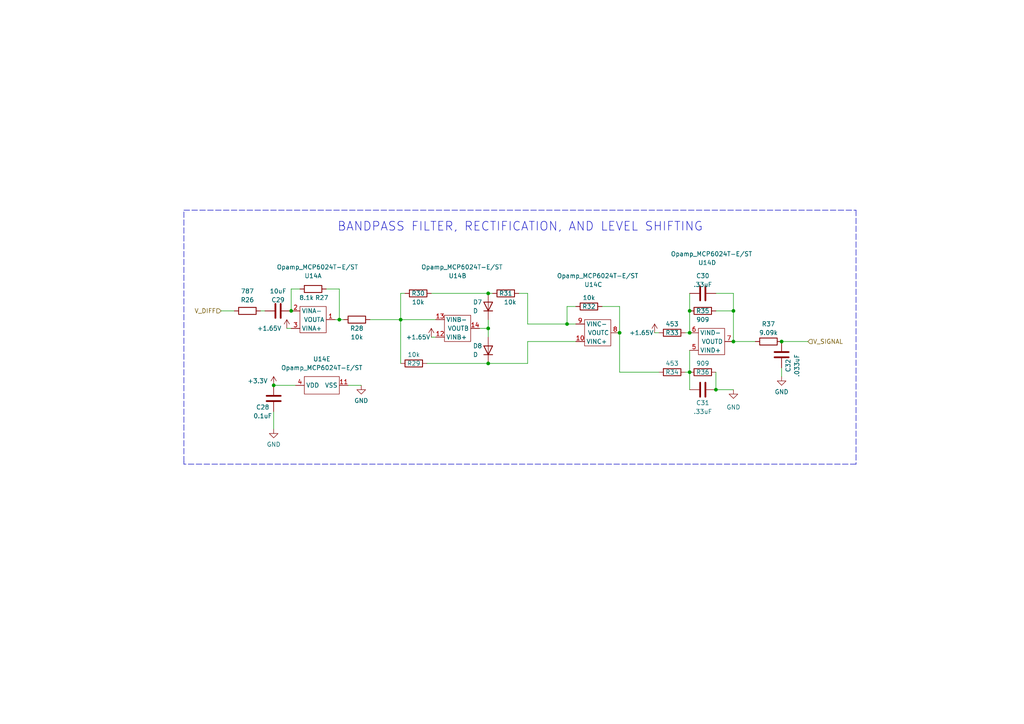
<source format=kicad_sch>
(kicad_sch (version 20211123) (generator eeschema)
  (paper "A4")
  (lib_symbols
    (symbol "+1.65V_3"
      (property "Value" "+1.65V_3" (at -0.381 2.286 0))
      (symbol "+1.65V_3_0_1"
        (polyline (pts (xy -0.762 -2.54) (xy 0 -1.27)))
        (polyline (pts (xy 0 -3.81) (xy 0 -1.27)))
        (polyline (pts (xy 0 -1.27) (xy 0.762 -2.54)))
      )
      (symbol "+1.65V_3_1_1"
        (pin power_in line (at 0 -3.81 90) (length 0) hide (name "+1.65V") (number "1"))
      )
    )
    (symbol "Device:C" (pin_numbers hide) (pin_names (offset 0.254))
      (property "Reference" "C" (at 0.635 2.54 0))
      (property "Value" "C" (at 0.635 -2.54 0))
      (symbol "C_0_1"
        (polyline (pts (xy -2.032 -0.762) (xy 2.032 -0.762)) (stroke (width 0.508)))
        (polyline (pts (xy -2.032 0.762) (xy 2.032 0.762)) (stroke (width 0.508)))
      )
      (symbol "C_1_1"
        (pin passive line (at 0 3.81 270) (length 2.794) (name "~") (number "1"))
        (pin passive line (at 0 -3.81 90) (length 2.794) (name "~") (number "2"))
      )
    )
    (symbol "Device:D" (pin_numbers hide) (pin_names (offset 1.016) hide)
      (property "Reference" "D" (at 0 2.54 0))
      (property "Value" "D" (at 0 -2.54 0))
      (symbol "D_0_1"
        (polyline (pts (xy -1.27 1.27) (xy -1.27 -1.27)) (stroke (width 0.254)))
        (polyline (pts (xy 1.27 0) (xy -1.27 0)))
        (polyline (pts (xy 1.27 1.27) (xy 1.27 -1.27) (xy -1.27 0) (xy 1.27 1.27)) (stroke (width 0.254)))
      )
      (symbol "D_1_1"
        (pin passive line (at -3.81 0 0) (length 2.54) (name "K") (number "1"))
        (pin passive line (at 3.81 0 180) (length 2.54) (name "A") (number "2"))
      )
    )
    (symbol "Device:Opamp_MCP6024T-E{slash}ST"
      (property "Reference" "U?" (at 0 7.62 0))
      (property "Value" "Opamp_MCP6024T-E/ST" (at 0 5.08 0))
      (symbol "Opamp_MCP6024T-E{slash}ST_1_1"
        (rectangle (start -3.81 3.81) (end 3.81 -3.81))
        (pin input line (at -6.35 -2.54 0) (length 2.54) (name "VINA+") (number "1"))
        (pin input line (at -6.35 2.54 0) (length 2.54) (name "VINA-") (number "2"))
        (pin output line (at 6.35 0 180) (length 2.54) (name "VOUTA") (number "3"))
      )
      (symbol "Opamp_MCP6024T-E{slash}ST_2_1"
        (rectangle (start -3.81 3.81) (end 3.81 -3.81))
        (pin input line (at -6.35 -2.54 0) (length 2.54) (name "VINB+") (number "1"))
        (pin input line (at -6.35 2.54 0) (length 2.54) (name "VINB-") (number "2"))
        (pin output line (at 6.35 0 180) (length 2.54) (name "VOUTB") (number "3"))
      )
      (symbol "Opamp_MCP6024T-E{slash}ST_3_1"
        (rectangle (start -3.81 3.81) (end 3.81 -3.81))
        (pin input line (at -6.35 -2.54 0) (length 2.54) (name "VINC+") (number "1"))
        (pin input line (at -6.35 2.54 0) (length 2.54) (name "VINC-") (number "2"))
        (pin output line (at 6.35 0 180) (length 2.54) (name "VOUTC") (number "3"))
      )
      (symbol "Opamp_MCP6024T-E{slash}ST_4_1"
        (rectangle (start -3.81 3.81) (end 3.81 -3.81))
        (pin input line (at -6.35 -2.54 0) (length 2.54) (name "VIND+") (number "1"))
        (pin input line (at -6.35 2.54 0) (length 2.54) (name "VIND-") (number "2"))
        (pin output line (at 6.35 0 180) (length 2.54) (name "VOUTD") (number "3"))
      )
      (symbol "Opamp_MCP6024T-E{slash}ST_5_1"
        (rectangle (start -5.08 2.54) (end 5.08 -2.54))
        (pin input line (at 7.62 0 180) (length 2.54) (name "VSS") (number "11"))
        (pin input line (at -7.62 0 0) (length 2.54) (name "VDD") (number "4"))
      )
    )
    (symbol "Device:R" (pin_numbers hide) (pin_names (offset 0))
      (property "Reference" "R" (at 2.032 0 90))
      (property "Value" "R" (at 0 0 90))
      (symbol "R_0_1"
        (rectangle (start -1.016 -2.54) (end 1.016 2.54) (stroke (width 0.254)))
      )
      (symbol "R_1_1"
        (pin passive line (at 0 3.81 270) (length 1.27) (name "~") (number "1"))
        (pin passive line (at 0 -3.81 90) (length 1.27) (name "~") (number "2"))
      )
    )
    (symbol "Opamp_MCP6024T-E{slash}ST_1"
      (property "Reference" "U?" (at 0 12.7 0))
      (property "Value" "Opamp_MCP6024T-E{slash}ST_1" (at 1.27 15.24 0))
      (symbol "Opamp_MCP6024T-E{slash}ST_1_1_1"
        (rectangle (start -3.81 3.81) (end 3.81 -3.81))
        (pin output line (at 6.35 0 180) (length 2.54) (name "VOUTA") (number "1"))
        (pin input line (at -6.35 2.54 0) (length 2.54) (name "VINA-") (number "2"))
        (pin input line (at -6.35 -2.54 0) (length 2.54) (name "VINA+") (number "3"))
      )
      (symbol "Opamp_MCP6024T-E{slash}ST_1_2_1"
        (rectangle (start -3.81 3.81) (end 3.81 -3.81))
        (pin input line (at -6.35 -2.54 0) (length 2.54) (name "VINB+") (number "1"))
        (pin input line (at -6.35 2.54 0) (length 2.54) (name "VINB-") (number "2"))
        (pin output line (at 6.35 0 180) (length 2.54) (name "VOUTB") (number "3"))
      )
      (symbol "Opamp_MCP6024T-E{slash}ST_1_3_1"
        (rectangle (start -3.81 3.81) (end 3.81 -3.81))
        (pin input line (at -6.35 -2.54 0) (length 2.54) (name "VINC+") (number "1"))
        (pin input line (at -6.35 2.54 0) (length 2.54) (name "VINC-") (number "2"))
        (pin output line (at 6.35 0 180) (length 2.54) (name "VOUTC") (number "3"))
      )
      (symbol "Opamp_MCP6024T-E{slash}ST_1_4_1"
        (rectangle (start -3.81 3.81) (end 3.81 -3.81))
        (pin input line (at -6.35 -2.54 0) (length 2.54) (name "VIND+") (number "1"))
        (pin input line (at -6.35 2.54 0) (length 2.54) (name "VIND-") (number "2"))
        (pin output line (at 6.35 0 180) (length 2.54) (name "VOUTD") (number "3"))
      )
      (symbol "Opamp_MCP6024T-E{slash}ST_1_5_1"
        (rectangle (start -5.08 2.54) (end 5.08 -2.54))
        (pin input line (at -7.62 0 0) (length 2.54) (name "VDD") (number ""))
        (pin input line (at 7.62 0 180) (length 2.54) (name "VSS") (number ""))
      )
    )
    (symbol "Opamp_MCP6024T-E{slash}ST_2"
      (property "Reference" "U?" (at 0 15.24 0))
      (property "Value" "Opamp_MCP6024T-E/ST" (at 1.27 17.78 0))
      (symbol "Opamp_MCP6024T-E{slash}ST_2_1_1"
        (rectangle (start -3.81 3.81) (end 3.81 -3.81))
        (pin input line (at -6.35 -2.54 0) (length 2.54) (name "VINA+") (number "1"))
        (pin input line (at -6.35 2.54 0) (length 2.54) (name "VINA-") (number "2"))
        (pin output line (at 6.35 0 180) (length 2.54) (name "VOUTA") (number "3"))
      )
      (symbol "Opamp_MCP6024T-E{slash}ST_2_2_1"
        (rectangle (start -3.81 3.81) (end 3.81 -3.81))
        (pin input line (at -6.35 -2.54 0) (length 2.54) (name "VINB+") (number "12"))
        (pin input line (at -6.35 2.54 0) (length 2.54) (name "VINB-") (number "13"))
        (pin output line (at 6.35 0 180) (length 2.54) (name "VOUTB") (number "14"))
      )
      (symbol "Opamp_MCP6024T-E{slash}ST_2_3_1"
        (rectangle (start -3.81 3.81) (end 3.81 -3.81))
        (pin input line (at -6.35 -2.54 0) (length 2.54) (name "VINC+") (number "10"))
        (pin output line (at 6.35 0 180) (length 2.54) (name "VOUTC") (number "8"))
        (pin input line (at -6.35 2.54 0) (length 2.54) (name "VINC-") (number "9"))
      )
      (symbol "Opamp_MCP6024T-E{slash}ST_2_4_1"
        (rectangle (start -3.81 3.81) (end 3.81 -3.81))
        (pin input line (at -6.35 -2.54 0) (length 2.54) (name "VIND+") (number "5"))
        (pin input line (at -6.35 2.54 0) (length 2.54) (name "VIND-") (number "6"))
        (pin output line (at 6.35 0 180) (length 2.54) (name "VOUTD") (number "7"))
      )
      (symbol "Opamp_MCP6024T-E{slash}ST_2_5_1"
        (rectangle (start -5.08 2.54) (end 5.08 -2.54))
        (pin input line (at 7.62 0 180) (length 2.54) (name "VSS") (number "11"))
        (pin input line (at -7.62 0 0) (length 2.54) (name "VDD") (number "4"))
      )
    )
    (symbol "Opamp_MCP6024T-E{slash}ST_3"
      (property "Reference" "U?" (at -1.27 13.97 0))
      (property "Value" "Opamp_MCP6024T-E/ST" (at 0 16.51 0))
      (symbol "Opamp_MCP6024T-E{slash}ST_3_1_1"
        (rectangle (start -3.81 3.81) (end 3.81 -3.81))
        (pin input line (at -6.35 -2.54 0) (length 2.54) (name "VINA+") (number "1"))
        (pin input line (at -6.35 2.54 0) (length 2.54) (name "VINA-") (number "2"))
        (pin output line (at 6.35 0 180) (length 2.54) (name "VOUTA") (number "3"))
      )
      (symbol "Opamp_MCP6024T-E{slash}ST_3_2_1"
        (rectangle (start -3.81 3.81) (end 3.81 -3.81))
        (pin input line (at -6.35 -2.54 0) (length 2.54) (name "VINB+") (number "1"))
        (pin input line (at -6.35 2.54 0) (length 2.54) (name "VINB-") (number "2"))
        (pin output line (at 6.35 0 180) (length 2.54) (name "VOUTB") (number "3"))
      )
      (symbol "Opamp_MCP6024T-E{slash}ST_3_3_1"
        (rectangle (start -3.81 3.81) (end 3.81 -3.81))
        (pin input line (at -6.35 -2.54 0) (length 2.54) (name "VINC+") (number "10"))
        (pin output line (at 6.35 0 180) (length 2.54) (name "VOUTC") (number "8"))
        (pin input line (at -6.35 2.54 0) (length 2.54) (name "VINC-") (number "9"))
      )
      (symbol "Opamp_MCP6024T-E{slash}ST_3_4_1"
        (rectangle (start -3.81 3.81) (end 3.81 -3.81))
        (pin input line (at -6.35 -2.54 0) (length 2.54) (name "VIND+") (number "1"))
        (pin input line (at -6.35 2.54 0) (length 2.54) (name "VIND-") (number "2"))
        (pin output line (at 6.35 0 180) (length 2.54) (name "VOUTD") (number "3"))
      )
      (symbol "Opamp_MCP6024T-E{slash}ST_3_5_1"
        (rectangle (start -5.08 2.54) (end 5.08 -2.54))
        (pin input line (at -7.62 0 0) (length 2.54) (name "VDD") (number ""))
        (pin input line (at 7.62 0 180) (length 2.54) (name "VSS") (number ""))
      )
    )
    (symbol "Opamp_MCP6024T-E{slash}ST_4"
      (property "Reference" "U?" (at -1.27 22.86 0))
      (property "Value" "Opamp_MCP6024T-E/ST" (at 0 25.4 0))
      (symbol "Opamp_MCP6024T-E{slash}ST_4_1_1"
        (rectangle (start -3.81 3.81) (end 3.81 -3.81))
        (pin input line (at -6.35 -2.54 0) (length 2.54) (name "VINA+") (number "1"))
        (pin input line (at -6.35 2.54 0) (length 2.54) (name "VINA-") (number "2"))
        (pin output line (at 6.35 0 180) (length 2.54) (name "VOUTA") (number "3"))
      )
      (symbol "Opamp_MCP6024T-E{slash}ST_4_2_1"
        (rectangle (start -3.81 3.81) (end 3.81 -3.81))
        (pin input line (at -6.35 -2.54 0) (length 2.54) (name "VINB+") (number "1"))
        (pin input line (at -6.35 2.54 0) (length 2.54) (name "VINB-") (number "2"))
        (pin output line (at 6.35 0 180) (length 2.54) (name "VOUTB") (number "3"))
      )
      (symbol "Opamp_MCP6024T-E{slash}ST_4_3_1"
        (rectangle (start -3.81 3.81) (end 3.81 -3.81))
        (pin input line (at -6.35 -2.54 0) (length 2.54) (name "VINC+") (number "1"))
        (pin input line (at -6.35 2.54 0) (length 2.54) (name "VINC-") (number "2"))
        (pin output line (at 6.35 0 180) (length 2.54) (name "VOUTC") (number "3"))
      )
      (symbol "Opamp_MCP6024T-E{slash}ST_4_4_1"
        (rectangle (start -3.81 3.81) (end 3.81 -3.81))
        (pin input line (at -6.35 -2.54 0) (length 2.54) (name "VIND+") (number "5"))
        (pin input line (at -6.35 2.54 0) (length 2.54) (name "VIND-") (number "6"))
        (pin output line (at 6.35 0 180) (length 2.54) (name "VOUTD") (number "7"))
      )
      (symbol "Opamp_MCP6024T-E{slash}ST_4_5_1"
        (rectangle (start -5.08 2.54) (end 5.08 -2.54))
        (pin input line (at -7.62 0 0) (length 2.54) (name "VDD") (number ""))
        (pin input line (at 7.62 0 180) (length 2.54) (name "VSS") (number ""))
      )
    )
    (symbol "power:+3.3V" (power) (pin_names (offset 0))
      (property "Value" "+3.3V" (at 0 3.556 0))
      (symbol "+3.3V_0_1"
        (polyline (pts (xy -0.762 1.27) (xy 0 2.54)))
        (polyline (pts (xy 0 0) (xy 0 2.54)))
        (polyline (pts (xy 0 2.54) (xy 0.762 1.27)))
      )
      (symbol "+3.3V_1_1"
        (pin power_in line (at 0 0 90) (length 0) hide (name "+3.3V") (number "1"))
      )
    )
    (symbol "power:GND" (power) (pin_names (offset 0))
      (property "Value" "GND" (at 0 -3.81 0))
      (symbol "GND_0_1"
        (polyline (pts (xy 0 0) (xy 0 -1.27) (xy 1.27 -1.27) (xy 0 -2.54) (xy -1.27 -1.27) (xy 0 -1.27)))
      )
      (symbol "GND_1_1"
        (pin power_in line (at 0 0 270) (length 0) hide (name "GND") (number "1"))
      )
    )
  )
  (junction (at 141.605 105.41))
  (junction (at 207.645 113.03))
  (junction (at 226.695 99.06))
  (junction (at 200.025 107.95))
  (junction (at 98.425 92.71))
  (junction (at 179.705 96.52))
  (junction (at 116.205 92.71))
  (junction (at 200.025 90.17))
  (junction (at 212.725 99.06))
  (junction (at 141.605 85.09))
  (junction (at 200.025 96.52))
  (junction (at 84.455 90.17))
  (junction (at 79.375 111.76))
  (junction (at 141.605 95.25))
  (junction (at 212.725 90.17))
  (junction (at 164.465 93.98))
  (wire (pts (xy 189.865 96.52) (xy 191.135 96.52)))
  (wire (pts (xy 164.465 93.98) (xy 167.005 93.98)))
  (wire (pts (xy 141.605 95.25) (xy 141.605 97.79)))
  (wire (pts (xy 116.205 92.71) (xy 116.205 85.09)))
  (wire (pts (xy 116.205 92.71) (xy 126.365 92.71)))
  (wire (pts (xy 174.625 88.9) (xy 179.705 88.9)))
  (wire (pts (xy 139.065 95.25) (xy 141.605 95.25)))
  (wire (pts (xy 198.755 96.52) (xy 200.025 96.52)))
  (wire (pts (xy 200.025 90.17) (xy 200.025 96.52)))
  (wire (pts (xy 164.465 88.9) (xy 164.465 93.98)))
  (wire (pts (xy 123.825 105.41) (xy 141.605 105.41)))
  (wire (pts (xy 141.605 105.41) (xy 153.035 105.41)))
  (polyline (pts (xy 248.285 60.96) (xy 248.285 134.62)))
  (wire (pts (xy 150.495 85.09) (xy 153.035 85.09)))
  (polyline (pts (xy 53.34 60.96) (xy 248.285 60.96)))
  (wire (pts (xy 200.025 85.09) (xy 200.025 90.17)))
  (wire (pts (xy 153.035 99.06) (xy 153.035 105.41)))
  (wire (pts (xy 212.725 90.17) (xy 212.725 99.06)))
  (wire (pts (xy 83.185 95.25) (xy 84.455 95.25)))
  (wire (pts (xy 226.695 99.06) (xy 234.315 99.06)))
  (wire (pts (xy 200.025 101.6) (xy 200.025 107.95)))
  (wire (pts (xy 107.315 92.71) (xy 116.205 92.71)))
  (wire (pts (xy 212.725 85.09) (xy 212.725 90.17)))
  (wire (pts (xy 116.205 92.71) (xy 116.205 105.41)))
  (wire (pts (xy 207.645 90.17) (xy 212.725 90.17)))
  (wire (pts (xy 153.035 99.06) (xy 167.005 99.06)))
  (wire (pts (xy 141.605 92.71) (xy 141.605 95.25)))
  (wire (pts (xy 75.565 90.17) (xy 76.835 90.17)))
  (wire (pts (xy 125.095 97.79) (xy 126.365 97.79)))
  (wire (pts (xy 125.095 85.09) (xy 141.605 85.09)))
  (wire (pts (xy 179.705 107.95) (xy 179.705 96.52)))
  (wire (pts (xy 167.005 88.9) (xy 164.465 88.9)))
  (wire (pts (xy 226.695 109.22) (xy 226.695 106.68)))
  (wire (pts (xy 116.205 85.09) (xy 117.475 85.09)))
  (wire (pts (xy 153.035 85.09) (xy 153.035 93.98)))
  (polyline (pts (xy 53.34 133.985) (xy 53.34 60.96)))
  (wire (pts (xy 207.645 113.03) (xy 212.725 113.03)))
  (wire (pts (xy 179.705 88.9) (xy 179.705 96.52)))
  (wire (pts (xy 94.615 83.82) (xy 98.425 83.82)))
  (wire (pts (xy 142.875 85.09) (xy 141.605 85.09)))
  (wire (pts (xy 99.695 92.71) (xy 98.425 92.71)))
  (wire (pts (xy 84.455 83.82) (xy 84.455 90.17)))
  (wire (pts (xy 207.645 113.03) (xy 207.645 107.95)))
  (wire (pts (xy 207.645 85.09) (xy 212.725 85.09)))
  (wire (pts (xy 98.425 92.71) (xy 97.155 92.71)))
  (polyline (pts (xy 53.34 133.985) (xy 53.34 134.62)))
  (wire (pts (xy 100.965 111.76) (xy 104.775 111.76)))
  (wire (pts (xy 79.375 119.38) (xy 79.375 124.46)))
  (wire (pts (xy 212.725 99.06) (xy 219.075 99.06)))
  (wire (pts (xy 98.425 83.82) (xy 98.425 92.71)))
  (wire (pts (xy 64.135 90.17) (xy 67.945 90.17)))
  (wire (pts (xy 79.375 111.76) (xy 85.725 111.76)))
  (wire (pts (xy 179.705 107.95) (xy 191.135 107.95)))
  (wire (pts (xy 198.755 107.95) (xy 200.025 107.95)))
  (wire (pts (xy 200.025 107.95) (xy 200.025 113.03)))
  (wire (pts (xy 84.455 83.82) (xy 86.995 83.82)))
  (polyline (pts (xy 248.285 134.62) (xy 53.34 134.62)))
  (wire (pts (xy 153.035 93.98) (xy 164.465 93.98)))
  (text "BANDPASS FILTER, RECTIFICATION, AND LEVEL SHIFTING" (at 97.79 67.31 0) (effects (font (size 2.54 2.54)) (justify left bottom)))
  (hierarchical_label "V_DIFF" (shape input) (at 64.135 90.17 180))
  (hierarchical_label "V_SIGNAL" (shape input) (at 234.315 99.06 0))
  (symbol (lib_id "power:GND") (at 212.725 113.03 0) (unit 1)
    (property "Reference" "#PWR076" (effects hide))
    (property "Value" "GND" (at 212.725 118.11 0))
  )
  (symbol (lib_name "+1.65V_3") (lib_id "Eclectronics:+1.65V") (at 125.095 93.98 0) (unit 1)
    (property "Reference" "#PWR74" (effects hide))
    (property "Value" "+1.65V" (at 121.285 97.79 0))
  )
  (symbol (lib_id "Device:R") (at 146.685 85.09 90) (unit 1)
    (property "Reference" "R31" (at 146.685 85.09 90))
    (property "Value" "10k" (at 147.955 87.63 90))
    (property "Footprint" "Resistor_SMD:R_0603_1608Metric" (effects hide))
  )
  (symbol (lib_name "Opamp_MCP6024T-E{slash}ST_2") (lib_id "Device:Opamp_MCP6024T-E{slash}ST") (at 132.715 95.25 0) (unit 2)
    (property "Reference" "U14" (at 132.715 80.01 0))
    (property "Value" "Opamp_MCP6024T-E/ST" (at 133.985 77.47 0))
    (property "Footprint" "MCP6024:MCP6024T" (effects hide))
  )
  (symbol (lib_id "Device:C") (at 80.645 90.17 90) (unit 1)
    (property "Reference" "C29" (at 80.645 86.995 90))
    (property "Value" "10uF" (at 80.645 84.455 90))
    (property "Footprint" "Capacitor_SMD:C_0603_1608Metric" (effects hide))
  )
  (symbol (lib_id "power:GND") (at 79.375 124.46 0) (unit 1)
    (property "Reference" "#PWR071" (effects hide))
    (property "Value" "GND" (at 79.375 128.905 0))
  )
  (symbol (lib_name "Opamp_MCP6024T-E{slash}ST_4") (lib_id "Device:Opamp_MCP6024T-E{slash}ST") (at 206.375 99.06 0) (unit 4)
    (property "Reference" "U14" (at 205.105 76.2 0))
    (property "Value" "Opamp_MCP6024T-E/ST" (at 206.375 73.66 0))
    (property "Footprint" "MCP6024:MCP6024T" (effects hide))
  )
  (symbol (lib_name "+1.65V_3") (lib_id "Eclectronics:+1.65V") (at 189.865 92.71 0) (unit 1)
    (property "Reference" "#PWR75" (effects hide))
    (property "Value" "+1.65V" (at 186.055 96.52 0))
  )
  (symbol (lib_id "Device:R") (at 121.285 85.09 90) (unit 1)
    (property "Reference" "R30" (at 121.285 85.09 90))
    (property "Value" "10k" (at 121.285 87.63 90))
    (property "Footprint" "Resistor_SMD:R_0603_1608Metric" (effects hide))
  )
  (symbol (lib_id "Device:C") (at 79.375 115.57 180) (unit 1)
    (property "Reference" "C28" (at 76.2 118.11 0))
    (property "Value" "0.1uF" (at 76.2 120.65 0))
    (property "Footprint" "Capacitor_SMD:C_0603_1608Metric" (effects hide))
  )
  (symbol (lib_id "Device:R") (at 194.945 96.52 90) (unit 1)
    (property "Reference" "R33" (at 194.945 96.52 90))
    (property "Value" "453" (at 194.945 93.98 90))
    (property "Footprint" "Resistor_SMD:R_0603_1608Metric" (effects hide))
  )
  (symbol (lib_name "Opamp_MCP6024T-E{slash}ST_1") (lib_id "Device:Opamp_MCP6024T-E{slash}ST") (at 90.805 92.71 0) (unit 1)
    (property "Reference" "U14" (at 90.805 80.01 0))
    (property "Value" "Opamp_MCP6024T-E/ST" (at 92.075 77.47 0))
    (property "Footprint" "MCP6024:MCP6024T" (effects hide))
  )
  (symbol (lib_id "Device:R") (at 103.505 92.71 90) (unit 1)
    (property "Reference" "R28" (at 103.505 95.25 90))
    (property "Value" "10k" (at 103.505 97.79 90))
    (property "Footprint" "Resistor_SMD:R_0603_1608Metric" (effects hide))
  )
  (symbol (lib_name "Opamp_MCP6024T-E{slash}ST_3") (lib_id "Device:Opamp_MCP6024T-E{slash}ST") (at 173.355 96.52 0) (unit 3)
    (property "Reference" "U14" (at 172.085 82.55 0))
    (property "Value" "Opamp_MCP6024T-E/ST" (at 173.355 80.01 0))
    (property "Footprint" "MCP6024:MCP6024T" (effects hide))
  )
  (symbol (lib_id "power:GND") (at 226.695 109.22 0) (mirror y) (unit 1)
    (property "Reference" "#PWR077" (effects hide))
    (property "Value" "GND" (at 226.695 113.665 0))
  )
  (symbol (lib_id "Device:C") (at 203.835 113.03 270) (unit 1)
    (property "Reference" "C31" (at 203.835 116.84 90))
    (property "Value" ".33uF" (at 203.835 119.38 90))
    (property "Footprint" "Capacitor_SMD:C_0603_1608Metric" (effects hide))
  )
  (symbol (lib_id "Device:D") (at 141.605 88.9 90) (unit 1)
    (property "Reference" "D7" (at 137.16 87.63 90) (effects (justify right)))
    (property "Value" "D" (at 137.16 90.17 90) (effects (justify right)))
    (property "Footprint" "Diode_SMD:D_0805_2012Metric" (effects hide))
  )
  (symbol (lib_id "power:GND") (at 104.775 111.76 0) (unit 1)
    (property "Reference" "#PWR073" (effects hide))
    (property "Value" "GND" (at 104.775 116.205 0))
  )
  (symbol (lib_id "Device:Opamp_MCP6024T-E{slash}ST") (at 93.345 111.76 0) (unit 5)
    (property "Reference" "U14" (at 93.345 104.14 0))
    (property "Value" "Opamp_MCP6024T-E/ST" (at 93.345 106.68 0))
    (property "Footprint" "MCP6024:MCP6024T" (effects hide))
  )
  (symbol (lib_id "Device:R") (at 194.945 107.95 90) (unit 1)
    (property "Reference" "R34" (at 194.945 107.95 90))
    (property "Value" "453" (at 194.945 105.41 90))
    (property "Footprint" "Resistor_SMD:R_0603_1608Metric" (effects hide))
  )
  (symbol (lib_id "power:+3.3V") (at 79.375 111.76 0) (unit 1)
    (property "Reference" "#PWR070" (effects hide))
    (property "Value" "+3.3V" (at 71.755 110.49 0) (effects (justify left)))
  )
  (symbol (lib_id "Device:R") (at 71.755 90.17 90) (unit 1)
    (property "Reference" "R26" (at 71.755 86.995 90))
    (property "Value" "787" (at 71.755 84.455 90))
    (property "Footprint" "Resistor_SMD:R_0603_1608Metric" (effects hide))
  )
  (symbol (lib_name "+1.65V_3") (lib_id "Eclectronics:+1.65V") (at 83.185 91.44 0) (unit 1)
    (property "Reference" "#PWR72" (effects hide))
    (property "Value" "+1.65V" (at 78.105 95.25 0))
  )
  (symbol (lib_id "Device:R") (at 120.015 105.41 90) (unit 1)
    (property "Reference" "R29" (at 120.015 105.41 90))
    (property "Value" "10k" (at 120.015 102.87 90))
    (property "Footprint" "Resistor_SMD:R_0603_1608Metric" (effects hide))
  )
  (symbol (lib_id "Device:R") (at 203.835 90.17 90) (unit 1)
    (property "Reference" "R35" (at 203.835 90.17 90))
    (property "Value" "909" (at 203.835 92.71 90))
    (property "Footprint" "Resistor_SMD:R_0603_1608Metric" (effects hide))
  )
  (symbol (lib_id "Device:C") (at 203.835 85.09 90) (unit 1)
    (property "Reference" "C30" (at 203.835 80.01 90))
    (property "Value" ".33uF" (at 203.835 82.55 90))
    (property "Footprint" "Capacitor_SMD:C_0603_1608Metric" (effects hide))
  )
  (symbol (lib_id "Device:D") (at 141.605 101.6 90) (unit 1)
    (property "Reference" "D8" (at 137.16 100.33 90) (effects (justify right)))
    (property "Value" "D" (at 137.16 102.87 90) (effects (justify right)))
    (property "Footprint" "Diode_SMD:D_0805_2012Metric" (effects hide))
  )
  (symbol (lib_id "Device:R") (at 203.835 107.95 270) (unit 1)
    (property "Reference" "R36" (at 203.835 107.95 90))
    (property "Value" "909" (at 203.835 105.41 90))
    (property "Footprint" "Resistor_SMD:R_0603_1608Metric" (effects hide))
  )
  (symbol (lib_id "Device:R") (at 170.815 88.9 90) (unit 1)
    (property "Reference" "R32" (at 170.815 88.9 90))
    (property "Value" "10k" (at 170.815 86.36 90))
    (property "Footprint" "Resistor_SMD:R_0603_1608Metric" (effects hide))
  )
  (symbol (lib_id "Device:C") (at 226.695 102.87 0) (mirror y) (unit 1)
    (property "Reference" "C32" (at 228.6 106.045 90))
    (property "Value" ".033uF" (at 231.14 106.045 90))
    (property "Footprint" "Capacitor_SMD:C_0603_1608Metric" (effects hide))
  )
  (symbol (lib_id "Device:R") (at 222.885 99.06 90) (unit 1)
    (property "Reference" "R37" (at 222.885 93.98 90))
    (property "Value" "9.09k" (at 222.885 96.52 90))
    (property "Footprint" "Resistor_SMD:R_0603_1608Metric" (effects hide))
  )
  (symbol (lib_id "Device:R") (at 90.805 83.82 90) (unit 1)
    (property "Reference" "R27" (at 93.345 86.36 90))
    (property "Value" "8.1k" (at 88.9 86.36 90))
    (property "Footprint" "Resistor_SMD:R_0603_1608Metric" (effects hide))
  )
)
</source>
